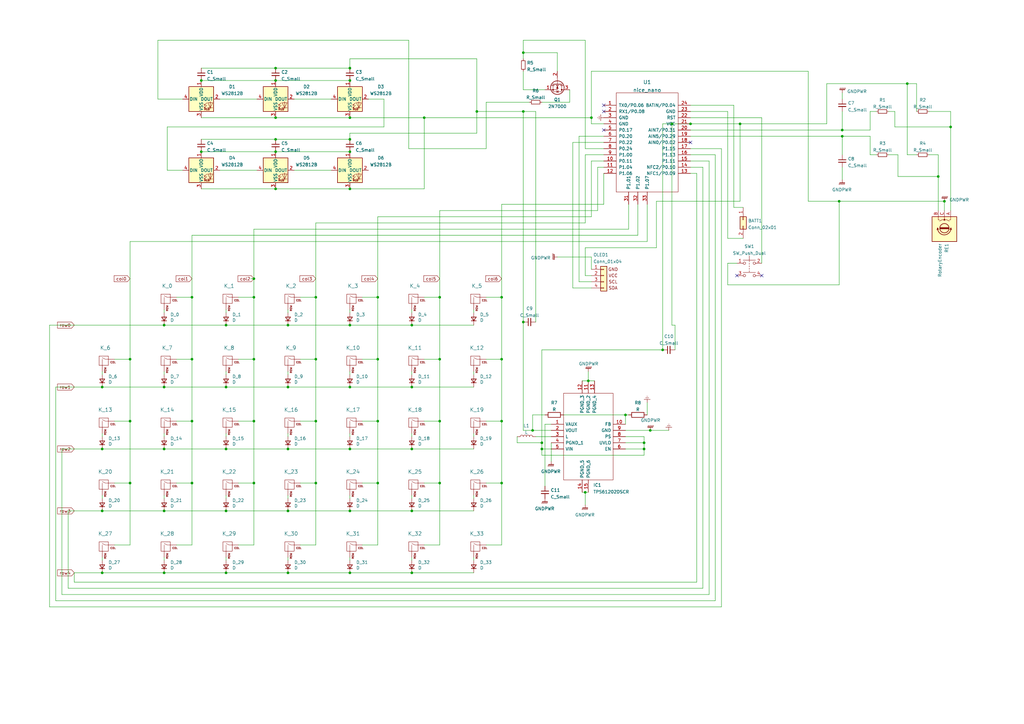
<source format=kicad_sch>
(kicad_sch (version 20211123) (generator eeschema)
  (paper "A3")
  (junction (at 205.74 198.12))
  (junction (at 78.74 198.12))
  (junction (at 264.16 181.61))
  (junction (at 41.91 158.75))
  (junction (at 129.54 121.92))
  (junction (at 180.34 147.32))
  (junction (at 168.91 234.95))
  (junction (at 104.14 172.72))
  (junction (at 143.51 77.47))
  (junction (at 53.34 198.12))
  (junction (at 113.03 62.23))
  (junction (at 143.51 27.94))
  (junction (at 271.78 143.51))
  (junction (at 118.11 158.75))
  (junction (at 143.51 209.55))
  (junction (at 41.91 209.55))
  (junction (at 78.74 147.32))
  (junction (at 67.31 209.55))
  (junction (at 180.34 198.12))
  (junction (at 113.03 27.94))
  (junction (at 240.03 201.93))
  (junction (at 92.71 209.55))
  (junction (at 195.58 45.72))
  (junction (at 345.44 53.34))
  (junction (at 168.91 158.75))
  (junction (at 283.21 50.8))
  (junction (at 118.11 184.15))
  (junction (at 372.11 34.29))
  (junction (at 53.34 172.72))
  (junction (at 118.11 133.35))
  (junction (at 345.44 55.88))
  (junction (at 154.94 121.92))
  (junction (at 113.03 48.26))
  (junction (at 143.51 48.26))
  (junction (at 168.91 133.35))
  (junction (at 118.11 209.55))
  (junction (at 180.34 121.92))
  (junction (at 384.81 72.39))
  (junction (at 143.51 234.95))
  (junction (at 143.51 158.75))
  (junction (at 92.71 158.75))
  (junction (at 104.14 147.32))
  (junction (at 53.34 147.32))
  (junction (at 218.44 176.53))
  (junction (at 67.31 158.75))
  (junction (at 154.94 198.12))
  (junction (at 222.25 181.61))
  (junction (at 205.74 147.32))
  (junction (at 222.25 184.15))
  (junction (at 41.91 184.15))
  (junction (at 104.14 114.3))
  (junction (at 205.74 121.92))
  (junction (at 168.91 184.15))
  (junction (at 104.14 198.12))
  (junction (at 129.54 172.72))
  (junction (at 113.03 77.47))
  (junction (at 78.74 172.72))
  (junction (at 389.89 52.07))
  (junction (at 92.71 184.15))
  (junction (at 214.63 21.59))
  (junction (at 113.03 33.02))
  (junction (at 303.53 50.8))
  (junction (at 118.11 234.95))
  (junction (at 154.94 147.32))
  (junction (at 67.31 234.95))
  (junction (at 275.59 50.8))
  (junction (at 104.14 121.92))
  (junction (at 205.74 172.72))
  (junction (at 92.71 234.95))
  (junction (at 214.63 132.08))
  (junction (at 82.55 33.02))
  (junction (at 67.31 184.15))
  (junction (at 78.74 121.92))
  (junction (at 143.51 133.35))
  (junction (at 143.51 184.15))
  (junction (at 344.17 82.55))
  (junction (at 180.34 172.72))
  (junction (at 129.54 198.12))
  (junction (at 41.91 234.95))
  (junction (at 92.71 133.35))
  (junction (at 129.54 147.32))
  (junction (at 168.91 209.55))
  (junction (at 143.51 62.23))
  (junction (at 241.3 156.21))
  (junction (at 82.55 62.23))
  (junction (at 173.99 48.26))
  (junction (at 264.16 184.15))
  (junction (at 266.7 176.53))
  (junction (at 154.94 172.72))
  (junction (at 214.63 45.72))
  (junction (at 113.03 57.15))
  (junction (at 242.57 48.26))
  (junction (at 143.51 33.02))
  (junction (at 256.54 170.18))
  (junction (at 67.31 133.35))
  (junction (at 387.35 82.55))
  (junction (at 143.51 57.15))
  (no_connect (at 247.65 45.72))
  (no_connect (at 247.65 43.18))
  (no_connect (at 247.65 53.34))
  (no_connect (at 283.21 58.42))
  (no_connect (at 312.42 113.03))
  (no_connect (at 302.26 113.03))
  (wire (pts (xy 266.7 176.53) (xy 256.54 176.53)))
  (wire (pts (xy 303.53 82.55) (xy 303.53 50.8)))
  (wire (pts (xy 173.99 121.92) (xy 180.34 121.92)))
  (wire (pts (xy 275.59 50.8) (xy 283.21 50.8)))
  (wire (pts (xy 264.16 184.15) (xy 256.54 184.15)))
  (wire (pts (xy 20.32 248.92) (xy 295.91 248.92)))
  (wire (pts (xy 68.58 52.07) (xy 68.58 69.85)))
  (wire (pts (xy 199.39 198.12) (xy 205.74 198.12)))
  (wire (pts (xy 384.81 72.39) (xy 368.3 72.39)))
  (wire (pts (xy 168.91 228.6) (xy 168.91 229.87)))
  (wire (pts (xy 180.34 86.36) (xy 180.34 121.92)))
  (wire (pts (xy 245.11 68.58) (xy 245.11 86.36)))
  (wire (pts (xy 92.71 234.95) (xy 118.11 234.95)))
  (wire (pts (xy 92.71 203.2) (xy 92.71 204.47)))
  (wire (pts (xy 389.89 52.07) (xy 389.89 86.36)))
  (wire (pts (xy 104.14 172.72) (xy 104.14 147.32)))
  (wire (pts (xy 242.57 48.26) (xy 242.57 50.8)))
  (wire (pts (xy 168.91 234.95) (xy 194.31 234.95)))
  (wire (pts (xy 168.91 203.2) (xy 168.91 204.47)))
  (wire (pts (xy 384.81 63.5) (xy 384.81 72.39)))
  (wire (pts (xy 173.99 147.32) (xy 180.34 147.32)))
  (wire (pts (xy 118.11 203.2) (xy 118.11 204.47)))
  (wire (pts (xy 205.74 83.82) (xy 247.65 83.82)))
  (wire (pts (xy 228.6 21.59) (xy 214.63 21.59)))
  (wire (pts (xy 199.39 121.92) (xy 205.74 121.92)))
  (wire (pts (xy 41.91 203.2) (xy 41.91 204.47)))
  (wire (pts (xy 41.91 152.4) (xy 41.91 153.67)))
  (wire (pts (xy 264.16 179.07) (xy 264.16 181.61)))
  (wire (pts (xy 285.75 71.12) (xy 285.75 238.76)))
  (wire (pts (xy 41.91 184.15) (xy 67.31 184.15)))
  (wire (pts (xy 104.14 114.3) (xy 102.87 114.3)))
  (wire (pts (xy 214.63 36.83) (xy 223.52 36.83)))
  (wire (pts (xy 312.42 48.26) (xy 283.21 48.26)))
  (wire (pts (xy 381 63.5) (xy 384.81 63.5)))
  (wire (pts (xy 283.21 50.8) (xy 303.53 50.8)))
  (wire (pts (xy 118.11 228.6) (xy 118.11 229.87)))
  (wire (pts (xy 30.48 234.95) (xy 30.48 238.76)))
  (wire (pts (xy 293.37 63.5) (xy 293.37 246.38)))
  (wire (pts (xy 97.79 172.72) (xy 104.14 172.72)))
  (wire (pts (xy 90.17 40.64) (xy 105.41 40.64)))
  (wire (pts (xy 82.55 27.94) (xy 113.03 27.94)))
  (wire (pts (xy 199.39 41.91) (xy 199.39 60.96)))
  (wire (pts (xy 82.55 48.26) (xy 113.03 48.26)))
  (wire (pts (xy 143.51 57.15) (xy 143.51 54.61)))
  (wire (pts (xy 97.79 121.92) (xy 104.14 121.92)))
  (wire (pts (xy 104.14 198.12) (xy 104.14 172.72)))
  (wire (pts (xy 143.51 48.26) (xy 173.99 48.26)))
  (wire (pts (xy 46.99 223.52) (xy 53.34 223.52)))
  (wire (pts (xy 345.44 53.34) (xy 356.87 53.34)))
  (wire (pts (xy 143.51 234.95) (xy 168.91 234.95)))
  (wire (pts (xy 214.63 29.21) (xy 214.63 36.83)))
  (wire (pts (xy 298.45 97.79) (xy 298.45 45.72)))
  (wire (pts (xy 82.55 33.02) (xy 113.03 33.02)))
  (wire (pts (xy 157.48 52.07) (xy 68.58 52.07)))
  (wire (pts (xy 345.44 38.1) (xy 345.44 40.64)))
  (wire (pts (xy 194.31 127) (xy 194.31 128.27)))
  (wire (pts (xy 234.95 58.42) (xy 247.65 58.42)))
  (wire (pts (xy 387.35 86.36) (xy 387.35 82.55)))
  (wire (pts (xy 356.87 63.5) (xy 359.41 63.5)))
  (wire (pts (xy 129.54 172.72) (xy 129.54 147.32)))
  (wire (pts (xy 129.54 198.12) (xy 129.54 172.72)))
  (wire (pts (xy 275.59 133.35) (xy 276.86 133.35)))
  (wire (pts (xy 46.99 172.72) (xy 53.34 172.72)))
  (wire (pts (xy 22.86 158.75) (xy 22.86 246.38)))
  (wire (pts (xy 372.11 34.29) (xy 375.92 34.29)))
  (wire (pts (xy 67.31 177.8) (xy 67.31 179.07)))
  (wire (pts (xy 223.52 173.99) (xy 223.52 199.39)))
  (wire (pts (xy 68.58 69.85) (xy 74.93 69.85)))
  (wire (pts (xy 256.54 179.07) (xy 264.16 179.07)))
  (wire (pts (xy 154.94 198.12) (xy 154.94 172.72)))
  (wire (pts (xy 205.74 83.82) (xy 205.74 121.92)))
  (wire (pts (xy 129.54 91.44) (xy 240.03 91.44)))
  (wire (pts (xy 372.11 34.29) (xy 372.11 63.5)))
  (wire (pts (xy 118.11 133.35) (xy 143.51 133.35)))
  (wire (pts (xy 242.57 66.04) (xy 242.57 88.9)))
  (wire (pts (xy 275.59 50.8) (xy 275.59 133.35)))
  (wire (pts (xy 90.17 69.85) (xy 105.41 69.85)))
  (wire (pts (xy 283.21 71.12) (xy 285.75 71.12)))
  (wire (pts (xy 233.68 36.83) (xy 233.68 41.91)))
  (wire (pts (xy 257.81 93.98) (xy 257.81 83.82)))
  (wire (pts (xy 214.63 16.51) (xy 240.03 16.51)))
  (wire (pts (xy 226.06 184.15) (xy 222.25 184.15)))
  (wire (pts (xy 92.71 133.35) (xy 118.11 133.35)))
  (wire (pts (xy 113.03 48.26) (xy 143.51 48.26)))
  (wire (pts (xy 245.11 68.58) (xy 247.65 68.58)))
  (wire (pts (xy 25.4 184.15) (xy 41.91 184.15)))
  (wire (pts (xy 381 45.72) (xy 389.89 45.72)))
  (wire (pts (xy 118.11 152.4) (xy 118.11 153.67)))
  (wire (pts (xy 113.03 57.15) (xy 143.51 57.15)))
  (wire (pts (xy 345.44 73.66) (xy 345.44 68.58)))
  (wire (pts (xy 25.4 243.84) (xy 290.83 243.84)))
  (wire (pts (xy 300.99 85.09) (xy 304.8 85.09)))
  (wire (pts (xy 226.06 173.99) (xy 223.52 173.99)))
  (wire (pts (xy 41.91 158.75) (xy 67.31 158.75)))
  (wire (pts (xy 67.31 184.15) (xy 92.71 184.15)))
  (wire (pts (xy 265.43 99.06) (xy 265.43 83.82)))
  (wire (pts (xy 113.03 77.47) (xy 143.51 77.47)))
  (wire (pts (xy 118.11 234.95) (xy 143.51 234.95)))
  (wire (pts (xy 312.42 107.95) (xy 312.42 48.26)))
  (wire (pts (xy 214.63 176.53) (xy 214.63 132.08)))
  (wire (pts (xy 389.89 45.72) (xy 389.89 52.07)))
  (wire (pts (xy 242.57 29.21) (xy 242.57 48.26)))
  (wire (pts (xy 356.87 55.88) (xy 356.87 63.5)))
  (wire (pts (xy 154.94 88.9) (xy 242.57 88.9)))
  (wire (pts (xy 237.49 55.88) (xy 247.65 55.88)))
  (wire (pts (xy 240.03 63.5) (xy 247.65 63.5)))
  (wire (pts (xy 303.53 50.8) (xy 339.09 50.8)))
  (wire (pts (xy 148.59 223.52) (xy 154.94 223.52)))
  (wire (pts (xy 67.31 234.95) (xy 92.71 234.95)))
  (wire (pts (xy 256.54 170.18) (xy 231.14 170.18)))
  (wire (pts (xy 233.68 41.91) (xy 222.25 41.91)))
  (wire (pts (xy 148.59 121.92) (xy 154.94 121.92)))
  (wire (pts (xy 283.21 53.34) (xy 345.44 53.34)))
  (wire (pts (xy 205.74 223.52) (xy 205.74 198.12)))
  (wire (pts (xy 72.39 223.52) (xy 78.74 223.52)))
  (wire (pts (xy 41.91 228.6) (xy 41.91 229.87)))
  (wire (pts (xy 283.21 55.88) (xy 345.44 55.88)))
  (wire (pts (xy 367.03 45.72) (xy 364.49 45.72)))
  (wire (pts (xy 242.57 105.41) (xy 228.6 105.41)))
  (wire (pts (xy 269.24 101.6) (xy 269.24 82.55)))
  (wire (pts (xy 82.55 57.15) (xy 113.03 57.15)))
  (wire (pts (xy 120.65 40.64) (xy 135.89 40.64)))
  (wire (pts (xy 78.74 96.52) (xy 78.74 121.92)))
  (wire (pts (xy 242.57 66.04) (xy 247.65 66.04)))
  (wire (pts (xy 123.19 121.92) (xy 129.54 121.92)))
  (wire (pts (xy 219.71 132.08) (xy 219.71 45.72)))
  (wire (pts (xy 41.91 209.55) (xy 67.31 209.55)))
  (wire (pts (xy 274.32 176.53) (xy 266.7 176.53)))
  (wire (pts (xy 205.74 198.12) (xy 205.74 172.72)))
  (wire (pts (xy 27.94 209.55) (xy 41.91 209.55)))
  (wire (pts (xy 67.31 158.75) (xy 92.71 158.75)))
  (wire (pts (xy 212.09 181.61) (xy 212.09 179.07)))
  (wire (pts (xy 367.03 52.07) (xy 367.03 45.72)))
  (wire (pts (xy 368.3 72.39) (xy 368.3 63.5)))
  (wire (pts (xy 173.99 77.47) (xy 173.99 48.26)))
  (wire (pts (xy 123.19 223.52) (xy 129.54 223.52)))
  (wire (pts (xy 92.71 228.6) (xy 92.71 229.87)))
  (wire (pts (xy 168.91 177.8) (xy 168.91 179.07)))
  (wire (pts (xy 173.99 48.26) (xy 242.57 48.26)))
  (wire (pts (xy 368.3 63.5) (xy 364.49 63.5)))
  (wire (pts (xy 72.39 172.72) (xy 78.74 172.72)))
  (wire (pts (xy 222.25 184.15) (xy 222.25 186.69)))
  (wire (pts (xy 195.58 45.72) (xy 214.63 45.72)))
  (wire (pts (xy 194.31 177.8) (xy 194.31 179.07)))
  (wire (pts (xy 345.44 55.88) (xy 345.44 63.5)))
  (wire (pts (xy 241.3 156.21) (xy 243.84 156.21)))
  (wire (pts (xy 118.11 158.75) (xy 143.51 158.75)))
  (wire (pts (xy 154.94 172.72) (xy 154.94 147.32)))
  (wire (pts (xy 356.87 53.34) (xy 356.87 45.72)))
  (wire (pts (xy 143.51 152.4) (xy 143.51 153.67)))
  (wire (pts (xy 168.91 127) (xy 168.91 128.27)))
  (wire (pts (xy 298.45 97.79) (xy 304.8 97.79)))
  (wire (pts (xy 168.91 209.55) (xy 194.31 209.55)))
  (wire (pts (xy 148.59 147.32) (xy 154.94 147.32)))
  (wire (pts (xy 143.51 54.61) (xy 195.58 54.61)))
  (wire (pts (xy 167.64 60.96) (xy 167.64 16.51)))
  (wire (pts (xy 78.74 223.52) (xy 78.74 198.12)))
  (wire (pts (xy 205.74 121.92) (xy 205.74 147.32)))
  (wire (pts (xy 298.45 45.72) (xy 283.21 45.72)))
  (wire (pts (xy 104.14 223.52) (xy 104.14 198.12)))
  (wire (pts (xy 199.39 223.52) (xy 205.74 223.52)))
  (wire (pts (xy 151.13 40.64) (xy 157.48 40.64)))
  (wire (pts (xy 375.92 34.29) (xy 375.92 45.72)))
  (wire (pts (xy 123.19 147.32) (xy 129.54 147.32)))
  (wire (pts (xy 300.99 43.18) (xy 283.21 43.18)))
  (wire (pts (xy 129.54 121.92) (xy 129.54 147.32)))
  (wire (pts (xy 256.54 173.99) (xy 256.54 170.18)))
  (wire (pts (xy 339.09 34.29) (xy 339.09 50.8)))
  (wire (pts (xy 222.25 181.61) (xy 212.09 181.61)))
  (wire (pts (xy 143.51 77.47) (xy 173.99 77.47)))
  (wire (pts (xy 298.45 107.95) (xy 298.45 116.84)))
  (wire (pts (xy 234.95 118.11) (xy 242.57 118.11)))
  (wire (pts (xy 97.79 223.52) (xy 104.14 223.52)))
  (wire (pts (xy 344.17 82.55) (xy 387.35 82.55)))
  (wire (pts (xy 372.11 63.5) (xy 375.92 63.5)))
  (wire (pts (xy 25.4 184.15) (xy 25.4 243.84)))
  (wire (pts (xy 214.63 16.51) (xy 214.63 21.59)))
  (wire (pts (xy 41.91 177.8) (xy 41.91 179.07)))
  (wire (pts (xy 92.71 177.8) (xy 92.71 179.07)))
  (wire (pts (xy 199.39 147.32) (xy 205.74 147.32)))
  (wire (pts (xy 228.6 29.21) (xy 228.6 21.59)))
  (wire (pts (xy 53.34 99.06) (xy 265.43 99.06)))
  (wire (pts (xy 123.19 198.12) (xy 129.54 198.12)))
  (wire (pts (xy 217.17 41.91) (xy 199.39 41.91)))
  (wire (pts (xy 173.99 223.52) (xy 180.34 223.52)))
  (wire (pts (xy 46.99 147.32) (xy 53.34 147.32)))
  (wire (pts (xy 242.57 50.8) (xy 247.65 50.8)))
  (wire (pts (xy 143.51 177.8) (xy 143.51 179.07)))
  (wire (pts (xy 82.55 62.23) (xy 113.03 62.23)))
  (wire (pts (xy 67.31 133.35) (xy 92.71 133.35)))
  (wire (pts (xy 154.94 121.92) (xy 154.94 147.32)))
  (wire (pts (xy 195.58 45.72) (xy 195.58 54.61)))
  (wire (pts (xy 64.77 40.64) (xy 74.93 40.64)))
  (wire (pts (xy 219.71 45.72) (xy 214.63 45.72)))
  (wire (pts (xy 344.17 116.84) (xy 344.17 82.55)))
  (wire (pts (xy 92.71 184.15) (xy 118.11 184.15)))
  (wire (pts (xy 237.49 115.57) (xy 242.57 115.57)))
  (wire (pts (xy 20.32 133.35) (xy 67.31 133.35)))
  (wire (pts (xy 256.54 170.18) (xy 257.81 170.18)))
  (wire (pts (xy 283.21 68.58) (xy 288.29 68.58)))
  (wire (pts (xy 72.39 198.12) (xy 78.74 198.12)))
  (wire (pts (xy 92.71 209.55) (xy 118.11 209.55)))
  (wire (pts (xy 180.34 223.52) (xy 180.34 198.12)))
  (wire (pts (xy 195.58 24.13) (xy 195.58 45.72)))
  (wire (pts (xy 194.31 152.4) (xy 194.31 153.67)))
  (wire (pts (xy 154.94 223.52) (xy 154.94 198.12)))
  (wire (pts (xy 64.77 16.51) (xy 64.77 40.64)))
  (wire (pts (xy 194.31 203.2) (xy 194.31 204.47)))
  (wire (pts (xy 240.03 113.03) (xy 240.03 101.6)))
  (wire (pts (xy 143.51 27.94) (xy 143.51 24.13)))
  (wire (pts (xy 78.74 198.12) (xy 78.74 172.72)))
  (wire (pts (xy 168.91 133.35) (xy 194.31 133.35)))
  (wire (pts (xy 67.31 152.4) (xy 67.31 153.67)))
  (wire (pts (xy 283.21 63.5) (xy 293.37 63.5)))
  (wire (pts (xy 256.54 181.61) (xy 264.16 181.61)))
  (wire (pts (xy 241.3 152.4) (xy 241.3 156.21)))
  (wire (pts (xy 143.51 127) (xy 143.51 128.27)))
  (wire (pts (xy 180.34 198.12) (xy 180.34 172.72)))
  (wire (pts (xy 331.47 82.55) (xy 344.17 82.55)))
  (wire (pts (xy 41.91 234.95) (xy 67.31 234.95)))
  (wire (pts (xy 67.31 228.6) (xy 67.31 229.87)))
  (wire (pts (xy 72.39 147.32) (xy 78.74 147.32)))
  (wire (pts (xy 264.16 186.69) (xy 264.16 184.15)))
  (wire (pts (xy 30.48 238.76) (xy 285.75 238.76)))
  (wire (pts (xy 180.34 121.92) (xy 180.34 147.32)))
  (wire (pts (xy 97.79 198.12) (xy 104.14 198.12)))
  (wire (pts (xy 92.71 158.75) (xy 118.11 158.75)))
  (wire (pts (xy 222.25 143.51) (xy 271.78 143.51)))
  (wire (pts (xy 240.03 63.5) (xy 240.03 91.44)))
  (wire (pts (xy 265.43 170.18) (xy 265.43 165.1)))
  (wire (pts (xy 113.03 62.23) (xy 143.51 62.23)))
  (wire (pts (xy 290.83 66.04) (xy 283.21 66.04)))
  (wire (pts (xy 148.59 198.12) (xy 154.94 198.12)))
  (wire (pts (xy 240.03 101.6) (xy 269.24 101.6)))
  (wire (pts (xy 345.44 45.72) (xy 345.44 53.34)))
  (wire (pts (xy 240.03 60.96) (xy 247.65 60.96)))
  (wire (pts (xy 143.51 203.2) (xy 143.51 204.47)))
  (wire (pts (xy 205.74 172.72) (xy 205.74 147.32)))
  (wire (pts (xy 120.65 69.85) (xy 135.89 69.85)))
  (wire (pts (xy 264.16 181.61) (xy 264.16 184.15)))
  (wire (pts (xy 30.48 234.95) (xy 41.91 234.95)))
  (wire (pts (xy 168.91 158.75) (xy 194.31 158.75)))
  (wire (pts (xy 53.34 99.06) (xy 53.34 147.32)))
  (wire (pts (xy 104.14 93.98) (xy 104.14 114.3)))
  (wire (pts (xy 240.03 16.51) (xy 240.03 60.96)))
  (wire (pts (xy 218.44 170.18) (xy 218.44 176.53)))
  (wire (pts (xy 173.99 198.12) (xy 180.34 198.12)))
  (wire (pts (xy 237.49 55.88) (xy 237.49 115.57)))
  (wire (pts (xy 222.25 143.51) (xy 222.25 181.61)))
  (wire (pts (xy 283.21 60.96) (xy 295.91 60.96)))
  (wire (pts (xy 53.34 172.72) (xy 53.34 147.32)))
  (wire (pts (xy 168.91 184.15) (xy 194.31 184.15)))
  (wire (pts (xy 104.14 121.92) (xy 104.14 147.32)))
  (wire (pts (xy 384.81 72.39) (xy 384.81 86.36)))
  (wire (pts (xy 356.87 45.72) (xy 359.41 45.72)))
  (wire (pts (xy 222.25 181.61) (xy 222.25 184.15)))
  (wire (pts (xy 218.44 176.53) (xy 214.63 176.53)))
  (wire (pts (xy 129.54 91.44) (xy 129.54 121.92)))
  (wire (pts (xy 247.65 83.82) (xy 247.65 71.12)))
  (wire (pts (xy 219.71 179.07) (xy 226.06 179.07)))
  (wire (pts (xy 238.76 156.21) (xy 241.3 156.21)))
  (wire (pts (xy 157.48 40.64) (xy 157.48 52.07)))
  (wire (pts (xy 67.31 209.55) (xy 92.71 209.55)))
  (wire (pts (xy 167.64 60.96) (xy 199.39 60.96)))
  (wire (pts (xy 154.94 88.9) (xy 154.94 121.92)))
  (wire (pts (xy 118.11 177.8) (xy 118.11 179.07)))
  (wire (pts (xy 118.11 127) (xy 118.11 128.27)))
  (wire (pts (xy 271.78 50.8) (xy 271.78 143.51)))
  (wire (pts (xy 331.47 29.21) (xy 331.47 82.55)))
  (wire (pts (xy 290.83 66.04) (xy 290.83 243.84)))
  (wire (pts (xy 143.51 24.13) (xy 195.58 24.13)))
  (wire (pts (xy 82.55 77.47) (xy 113.03 77.47)))
  (wire (pts (xy 113.03 33.02) (xy 143.51 33.02)))
  (wire (pts (xy 214.63 132.08) (xy 214.63 45.72)))
  (wire (pts (xy 242.57 113.03) (xy 240.03 113.03)))
  (wire (pts (xy 269.24 82.55) (xy 303.53 82.55)))
  (wire (pts (xy 271.78 50.8) (xy 275.59 50.8)))
  (wire (pts (xy 22.86 158.75) (xy 41.91 158.75)))
  (wire (pts (xy 240.03 201.93) (xy 241.3 201.93)))
  (wire (pts (xy 180.34 172.72) (xy 180.34 147.32)))
  (wire (pts (xy 92.71 127) (xy 92.71 128.27)))
  (wire (pts (xy 143.51 158.75) (xy 168.91 158.75)))
  (wire (pts (xy 223.52 170.18) (xy 218.44 170.18)))
  (wire (pts (xy 123.19 172.72) (xy 129.54 172.72)))
  (wire (pts (xy 78.74 172.72) (xy 78.74 147.32)))
  (wire (pts (xy 276.86 133.35) (xy 276.86 143.51)))
  (wire (pts (xy 129.54 223.52) (xy 129.54 198.12)))
  (wire (pts (xy 226.06 181.61) (xy 226.06 189.23)))
  (wire (pts (xy 53.34 198.12) (xy 53.34 172.72)))
  (wire (pts (xy 298.45 116.84) (xy 344.17 116.84)))
  (wire (pts (xy 389.89 52.07) (xy 367.03 52.07)))
  (wire (pts (xy 222.25 186.69) (xy 264.16 186.69)))
  (wire (pts (xy 78.74 96.52) (xy 261.62 96.52)))
  (wire (pts (xy 238.76 201.93) (xy 240.03 201.93)))
  (wire (pts (xy 180.34 86.36) (xy 245.11 86.36)))
  (wire (pts (xy 226.06 176.53) (xy 218.44 176.53)))
  (wire (pts (xy 78.74 121.92) (xy 78.74 147.32)))
  (wire (pts (xy 92.71 152.4) (xy 92.71 153.67)))
  (wire (pts (xy 104.14 93.98) (xy 257.81 93.98)))
  (wire (pts (xy 242.57 110.49) (xy 242.57 105.41)))
  (wire (pts (xy 46.99 198.12) (xy 53.34 198.12)))
  (wire (pts (xy 67.31 203.2) (xy 67.31 204.47)))
  (wire (pts (xy 214.63 21.59) (xy 214.63 24.13)))
  (wire (pts (xy 143.51 228.6) (xy 143.51 229.87)))
  (wire (pts (xy 104.14 121.92) (xy 104.14 114.3)))
  (wire (pts (xy 302.26 107.95) (xy 298.45 107.95)))
  (wire (pts (xy 22.86 246.38) (xy 293.37 246.38)))
  (wire (pts (xy 143.51 209.55) (xy 168.91 209.55)))
  (wire (pts (xy 97.79 147.32) (xy 104.14 147.32)))
  (wire (pts (xy 143.51 184.15) (xy 168.91 184.15)))
  (wire (pts (xy 118.11 184.15) (xy 143.51 184.15)))
  (wire (pts (xy 288.29 68.58) (xy 288.29 241.3)))
  (wire (pts (xy 53.34 223.52) (xy 53.34 198.12)))
  (wire (pts (xy 143.51 133.35) (xy 168.91 133.35)))
  (wire (pts (xy 20.32 133.35) (xy 20.32 248.92)))
  (wire (pts (xy 173.99 172.72) (xy 180.34 172.72)))
  (wire (pts (xy 242.57 29.21) (xy 331.47 29.21)))
  (wire (pts (xy 339.09 34.29) (xy 372.11 34.29)))
  (wire (pts (xy 67.31 127) (xy 67.31 128.27)))
  (wire (pts (xy 72.39 121.92) (xy 78.74 121.92)))
  (wire (pts (xy 118.11 209.55) (xy 143.51 209.55)))
  (wire (pts (xy 199.39 172.72) (xy 205.74 172.72)))
  (wire (pts (xy 27.94 209.55) (xy 27.94 241.3)))
  (wire (pts (xy 295.91 60.96) (xy 295.91 248.92)))
  (wire (pts (xy 194.31 228.6) (xy 194.31 229.87)))
  (wire (pts (xy 300.99 85.09) (xy 300.99 43.18)))
  (wire (pts (xy 113.03 27.94) (xy 143.51 27.94)))
  (wire (pts (xy 27.94 241.3) (xy 288.29 241.3)))
  (wire (pts (xy 234.95 58.42) (xy 234.95 118.11)))
  (wire (pts (xy 261.62 96.52) (xy 261.62 83.82)))
  (wire (pts (xy 240.03 201.93) (xy 240.03 207.01)))
  (wire (pts (xy 345.44 55.88) (xy 356.87 55.88)))
  (wire (pts (xy 167.64 16.51) (xy 64.77 16.51)))
  (wire (pts (xy 168.91 152.4) (xy 168.91 153.67)))
  (wire (pts (xy 148.59 172.72) (xy 154.94 172.72)))
  (global_label "col6" (shape input) (at 205.74 114.3 180) (property "Intersheet References" "${INTERSHEET_REFS}" (effects hide)))
  (global_label "col2" (shape input) (at 104.14 114.3 180) (property "Intersheet References" "${INTERSHEET_REFS}" (effects hide)))
  (global_label "col1" (shape input) (at 78.74 114.3 180) (property "Intersheet References" "${INTERSHEET_REFS}" (effects hide)))
  (global_label "row1" (shape input) (at 30.48 158.75 180) (property "Intersheet References" "${INTERSHEET_REFS}" (effects hide)))
  (global_label "row0" (shape input) (at 30.48 133.35 180) (property "Intersheet References" "${INTERSHEET_REFS}" (effects hide)))
  (global_label "col5" (shape input) (at 180.34 114.3 180) (property "Intersheet References" "${INTERSHEET_REFS}" (effects hide)))
  (global_label "col0" (shape input) (at 53.34 114.3 180) (property "Intersheet References" "${INTERSHEET_REFS}" (effects hide)))
  (global_label "row4" (shape input) (at 30.48 234.95 180) (property "Intersheet References" "${INTERSHEET_REFS}" (effects hide)))
  (global_label "col3" (shape input) (at 129.54 114.3 180) (property "Intersheet References" "${INTERSHEET_REFS}" (effects hide)))
  (global_label "col4" (shape input) (at 154.94 114.3 180) (property "Intersheet References" "${INTERSHEET_REFS}" (effects hide)))
  (global_label "row2" (shape input) (at 30.48 184.15 180) (property "Intersheet References" "${INTERSHEET_REFS}" (effects hide)))
  (global_label "row3" (shape input) (at 30.48 209.55 180) (property "Intersheet References" "${INTERSHEET_REFS}" (effects hide)))
  (symbol (lib_id "MX_Alps_Hybrid:MX-NoLED") (at 68.58 173.99 0) (unit 1)
    (property "Reference" "K_14" (at 68.58 168.0718 0) (effects (font (size 1.524 1.524))))
    (property "Value" "KEYSW" (effects hide))
    (property "Footprint" "MX_Alps_Hybrid:MX-1U-NoLED" (effects hide))
  )
  (symbol (lib_id "MX_Alps_Hybrid:MX-NoLED") (at 195.58 123.19 0) (unit 1)
    (property "Reference" "K_5" (at 195.58 117.2718 0) (effects (font (size 1.524 1.524))))
    (property "Value" "KEYSW" (effects hide))
    (property "Footprint" "MX_Alps_Hybrid:MX-1U-NoLED" (effects hide))
  )
  (symbol (lib_id "LED:WS2812B") (at 113.03 69.85 0) (unit 1)
    (property "Reference" "D5" (at 125.73 64.77 0))
    (property "Value" "WS2812B" (at 125.73 67.5451 0))
    (property "Footprint" "LED_SMD:LED_WS2812B_PLCC4_5.0x5.0mm_P3.2mm" (effects hide))
    (property "Datasheet" "https://cdn-shop.adafruit.com/datasheets/WS2812B.pdf" (effects hide))
  )
  (symbol (lib_id "Device:C_Small") (at 113.03 30.48 0) (unit 1)
    (property "Reference" "C2" (at 115.3541 29.5778 0) (effects (justify left)))
    (property "Value" "C_Small" (at 115.3541 32.3529 0) (effects (justify left)))
    (property "Footprint" "Capacitor_SMD:C_0402_1005Metric" (effects hide))
  )
  (symbol (lib_id "Library_Loader:TPS61202DSCR") (at 226.06 173.99 0) (unit 1)
    (property "Reference" "IC1" (at 243.3194 198.9487 0) (effects (justify left)))
    (property "Value" "TPS61202DSCR" (at 243.3194 201.7238 0) (effects (justify left)))
    (property "Footprint" "Library_Loader:TPS61202DSCR" (effects hide))
    (property "Description" "Switching Voltage Regulators 0.3V Inp Vltg Boost Cnvrtr" (effects hide))
    (property "Height" "0.8" (effects hide))
    (property "Manufacturer_Name" "Texas Instruments" (effects hide))
    (property "Manufacturer_Part_Number" "TPS61202DSCR" (effects hide))
  )
  (symbol (lib_id "Device:D_Small") (at 168.91 207.01 90) (unit 1)
    (property "Reference" "D_25" (at 171.45 205.232 90) (effects (justify right)))
    (property "Value" "D" (at 171.45 207.518 90) (effects (justify right)))
    (property "Footprint" "Diode_SMD:D_SOD-123" (effects hide))
  )
  (symbol (lib_id "MX_Alps_Hybrid:MX-NoLED") (at 144.78 224.79 0) (unit 1)
    (property "Reference" "K_31" (at 144.78 218.8718 0) (effects (font (size 1.524 1.524))))
    (property "Value" "KEYSW" (effects hide))
    (property "Footprint" "MX_Alps_Hybrid:MX-1U-NoLED" (effects hide))
  )
  (symbol (lib_id "Device:L") (at 215.9 179.07 90) (unit 1)
    (property "Reference" "L1" (at 215.9 174.5955 90))
    (property "Value" "L" (at 215.9 177.3706 90))
    (property "Footprint" "Inductor_SMD:L_7.3x7.3_H3.5" (effects hide))
  )
  (symbol (lib_id "Device:C_Small") (at 143.51 30.48 0) (unit 1)
    (property "Reference" "C3" (at 145.8341 29.5778 0) (effects (justify left)))
    (property "Value" "C_Small" (at 145.8341 32.3529 0) (effects (justify left)))
    (property "Footprint" "Capacitor_SMD:C_0402_1005Metric" (effects hide))
  )
  (symbol (lib_id "Device:D_Small") (at 143.51 181.61 90) (unit 1)
    (property "Reference" "D_17" (at 146.05 179.832 90) (effects (justify right)))
    (property "Value" "D" (at 146.05 182.118 90) (effects (justify right)))
    (property "Footprint" "Diode_SMD:D_SOD-123" (effects hide))
  )
  (symbol (lib_id "LED:WS2812B") (at 143.51 40.64 0) (unit 1)
    (property "Reference" "D3" (at 156.21 35.56 0))
    (property "Value" "WS2812B" (at 156.21 38.3351 0))
    (property "Footprint" "LED_SMD:LED_WS2812B_PLCC4_5.0x5.0mm_P3.2mm" (effects hide))
    (property "Datasheet" "https://cdn-shop.adafruit.com/datasheets/WS2812B.pdf" (effects hide))
  )
  (symbol (lib_id "Device:D_Small") (at 168.91 156.21 90) (unit 1)
    (property "Reference" "D_11" (at 171.45 154.432 90) (effects (justify right)))
    (property "Value" "D" (at 171.45 156.718 90) (effects (justify right)))
    (property "Footprint" "Diode_SMD:D_SOD-123" (effects hide))
  )
  (symbol (lib_id "Device:D_Small") (at 118.11 181.61 90) (unit 1)
    (property "Reference" "D_16" (at 120.65 179.832 90) (effects (justify right)))
    (property "Value" "D" (at 120.65 182.118 90) (effects (justify right)))
    (property "Footprint" "Diode_SMD:D_SOD-123" (effects hide))
  )
  (symbol (lib_id "power:GNDPWR") (at 241.3 152.4 180) (unit 1)
    (property "Reference" "#PWR0113" (effects hide))
    (property "Value" "GNDPWR" (at 241.427 149.2019 0))
  )
  (symbol (lib_id "MX_Alps_Hybrid:MX-NoLED") (at 93.98 173.99 0) (unit 1)
    (property "Reference" "K_15" (at 93.98 168.0718 0) (effects (font (size 1.524 1.524))))
    (property "Value" "KEYSW" (effects hide))
    (property "Footprint" "MX_Alps_Hybrid:MX-1U-NoLED" (effects hide))
  )
  (symbol (lib_id "power:GNDPWR") (at 228.6 105.41 270) (unit 1)
    (property "Reference" "#PWR0101" (effects hide))
    (property "Value" "GNDPWR" (at 225.8315 105.762 90) (effects (justify right)))
  )
  (symbol (lib_id "power:GNDPWR") (at 345.44 38.1 180) (unit 1)
    (property "Reference" "#PWR0103" (effects hide))
    (property "Value" "GNDPWR" (at 347.4466 37.5122 0) (effects (justify right)))
  )
  (symbol (lib_id "Device:D_Small") (at 67.31 232.41 90) (unit 1)
    (property "Reference" "D_28" (at 69.85 230.632 90) (effects (justify right)))
    (property "Value" "D" (at 69.85 232.918 90) (effects (justify right)))
    (property "Footprint" "Diode_SMD:D_SOD-123" (effects hide))
  )
  (symbol (lib_id "MX_Alps_Hybrid:MX-NoLED") (at 93.98 123.19 0) (unit 1)
    (property "Reference" "K_1" (at 93.98 117.2718 0) (effects (font (size 1.524 1.524))))
    (property "Value" "KEYSW" (effects hide))
    (property "Footprint" "MX_Alps_Hybrid:MX-1U-NoLED" (effects hide))
  )
  (symbol (lib_id "Device:D_Small") (at 41.91 232.41 90) (unit 1)
    (property "Reference" "D_27" (at 44.45 230.632 90) (effects (justify right)))
    (property "Value" "D" (at 44.45 232.918 90) (effects (justify right)))
    (property "Footprint" "Diode_SMD:D_SOD-123" (effects hide))
  )
  (symbol (lib_id "MX_Alps_Hybrid:MX-NoLED") (at 119.38 123.19 0) (unit 1)
    (property "Reference" "K_2" (at 119.38 117.2718 0) (effects (font (size 1.524 1.524))))
    (property "Value" "KEYSW" (effects hide))
    (property "Footprint" "MX_Alps_Hybrid:MX-1U-NoLED" (effects hide))
  )
  (symbol (lib_id "Device:R_Small") (at 219.71 41.91 90) (unit 1)
    (property "Reference" "R6" (at 219.71 37.2069 90))
    (property "Value" "R_Small" (at 219.71 39.982 90))
    (property "Footprint" "Resistor_SMD:R_0805_2012Metric_Pad1.20x1.40mm_HandSolder" (effects hide))
  )
  (symbol (lib_id "Device:R_Small") (at 214.63 26.67 0) (unit 1)
    (property "Reference" "R5" (at 216.1286 25.7615 0) (effects (justify left)))
    (property "Value" "R_Small" (at 216.1286 28.5366 0) (effects (justify left)))
    (property "Footprint" "Resistor_SMD:R_0805_2012Metric_Pad1.20x1.40mm_HandSolder" (effects hide))
  )
  (symbol (lib_id "Connector_Generic:Conn_02x01") (at 304.8 90.17 270) (unit 1)
    (property "Reference" "BATT1" (at 306.832 90.5315 90) (effects (justify left)))
    (property "Value" "Conn_02x01" (at 306.832 93.3066 90) (effects (justify left)))
    (property "Footprint" "Capacitor_THT:C_Rect_L41.5mm_W20.0mm_P37.50mm_MKS4" (effects hide))
  )
  (symbol (lib_id "LED:WS2812B") (at 82.55 69.85 0) (unit 1)
    (property "Reference" "D4" (at 95.25 64.77 0))
    (property "Value" "WS2812B" (at 95.25 67.5451 0))
    (property "Footprint" "LED_SMD:LED_WS2812B_PLCC4_5.0x5.0mm_P3.2mm" (effects hide))
    (property "Datasheet" "https://cdn-shop.adafruit.com/datasheets/WS2812B.pdf" (effects hide))
  )
  (symbol (lib_id "MX_Alps_Hybrid:MX-NoLED") (at 144.78 123.19 0) (unit 1)
    (property "Reference" "K_3" (at 144.78 117.2718 0) (effects (font (size 1.524 1.524))))
    (property "Value" "KEYSW" (effects hide))
    (property "Footprint" "MX_Alps_Hybrid:MX-1U-NoLED" (effects hide))
  )
  (symbol (lib_id "MX_Alps_Hybrid:MX-NoLED") (at 93.98 224.79 0) (unit 1)
    (property "Reference" "K_29" (at 93.98 218.8718 0) (effects (font (size 1.524 1.524))))
    (property "Value" "KEYSW" (effects hide))
    (property "Footprint" "MX_Alps_Hybrid:MX-1U-NoLED" (effects hide))
  )
  (symbol (lib_id "Connector_Generic:Conn_01x04") (at 247.65 113.03 0) (unit 1)
    (property "Reference" "OLED1" (at 243.332 104.5015 0) (effects (justify left)))
    (property "Value" "Conn_01x04" (at 243.332 107.2766 0) (effects (justify left)))
    (property "Footprint" "yuchi_kbd_lib:OLED_4Pin" (effects hide))
  )
  (symbol (lib_id "MX_Alps_Hybrid:MX-NoLED") (at 170.18 123.19 0) (unit 1)
    (property "Reference" "K_4" (at 170.18 117.2718 0) (effects (font (size 1.524 1.524))))
    (property "Value" "KEYSW" (effects hide))
    (property "Footprint" "MX_Alps_Hybrid:MX-1U-NoLED" (effects hide))
  )
  (symbol (lib_id "MX_Alps_Hybrid:MX-NoLED") (at 119.38 199.39 0) (unit 1)
    (property "Reference" "K_23" (at 119.38 193.4718 0) (effects (font (size 1.524 1.524))))
    (property "Value" "KEYSW" (effects hide))
    (property "Footprint" "MX_Alps_Hybrid:MX-1U-NoLED" (effects hide))
  )
  (symbol (lib_id "power:Earth") (at 274.32 176.53 180) (unit 1)
    (property "Reference" "#PWR0106" (effects hide))
    (property "Value" "Earth" (effects hide))
  )
  (symbol (lib_id "Device:D_Small") (at 67.31 156.21 90) (unit 1)
    (property "Reference" "D_7" (at 69.85 154.432 90) (effects (justify right)))
    (property "Value" "D" (at 69.85 156.718 90) (effects (justify right)))
    (property "Footprint" "Diode_SMD:D_SOD-123" (effects hide))
  )
  (symbol (lib_id "Device:C_Small") (at 82.55 59.69 0) (unit 1)
    (property "Reference" "C4" (at 84.8741 58.7878 0) (effects (justify left)))
    (property "Value" "C_Small" (at 84.8741 61.5629 0) (effects (justify left)))
    (property "Footprint" "Capacitor_SMD:C_0402_1005Metric" (effects hide))
  )
  (symbol (lib_id "Device:D_Small") (at 168.91 181.61 90) (unit 1)
    (property "Reference" "D_18" (at 171.45 179.832 90) (effects (justify right)))
    (property "Value" "D" (at 171.45 182.118 90) (effects (justify right)))
    (property "Footprint" "Diode_SMD:D_SOD-123" (effects hide))
  )
  (symbol (lib_id "MX_Alps_Hybrid:MX-NoLED") (at 195.58 148.59 0) (unit 1)
    (property "Reference" "K_12" (at 195.58 142.6718 0) (effects (font (size 1.524 1.524))))
    (property "Value" "KEYSW" (effects hide))
    (property "Footprint" "MX_Alps_Hybrid:MX-1U-NoLED" (effects hide))
  )
  (symbol (lib_id "Device:R_Small") (at 378.46 63.5 90) (unit 1)
    (property "Reference" "R4" (at 378.46 58.7969 90))
    (property "Value" "R_Small" (at 378.46 61.572 90))
    (property "Footprint" "Resistor_SMD:R_0201_0603Metric_Pad0.64x0.40mm_HandSolder" (effects hide))
  )
  (symbol (lib_id "Device:C_Small") (at 345.44 66.04 0) (unit 1)
    (property "Reference" "C8" (at 347.7641 65.1378 0) (effects (justify left)))
    (property "Value" "C_Small" (at 347.7641 67.9129 0) (effects (justify left)))
    (property "Footprint" "Capacitor_SMD:C_0402_1005Metric_Pad0.74x0.62mm_HandSolder" (effects hide))
  )
  (symbol (lib_id "MX_Alps_Hybrid:MX-NoLED") (at 43.18 199.39 0) (unit 1)
    (property "Reference" "K_20" (at 43.18 193.4718 0) (effects (font (size 1.524 1.524))))
    (property "Value" "KEYSW" (effects hide))
    (property "Footprint" "MX_Alps_Hybrid:MX-1U-NoLED" (effects hide))
  )
  (symbol (lib_id "Device:C_Small") (at 223.52 201.93 0) (unit 1)
    (property "Reference" "C11" (at 225.8441 201.0278 0) (effects (justify left)))
    (property "Value" "C_Small" (at 225.8441 203.8029 0) (effects (justify left)))
    (property "Footprint" "Capacitor_SMD:C_0603_1608Metric_Pad1.08x0.95mm_HandSolder" (effects hide))
  )
  (symbol (lib_id "MX_Alps_Hybrid:MX-NoLED") (at 68.58 199.39 0) (unit 1)
    (property "Reference" "K_21" (at 68.58 193.4718 0) (effects (font (size 1.524 1.524))))
    (property "Value" "KEYSW" (effects hide))
    (property "Footprint" "MX_Alps_Hybrid:MX-1U-NoLED" (effects hide))
  )
  (symbol (lib_id "Device:C_Small") (at 82.55 30.48 0) (unit 1)
    (property "Reference" "C1" (at 84.8741 29.5778 0) (effects (justify left)))
    (property "Value" "C_Small" (at 84.8741 32.3529 0) (effects (justify left)))
    (property "Footprint" "Capacitor_SMD:C_0402_1005Metric" (effects hide))
  )
  (symbol (lib_id "Device:D_Small") (at 143.51 156.21 90) (unit 1)
    (property "Reference" "D_10" (at 146.05 154.432 90) (effects (justify right)))
    (property "Value" "D" (at 146.05 156.718 90) (effects (justify right)))
    (property "Footprint" "Diode_SMD:D_SOD-123" (effects hide))
  )
  (symbol (lib_id "power:GNDPWR") (at 240.03 207.01 0) (unit 1)
    (property "Reference" "#PWR0109" (effects hide))
    (property "Value" "GNDPWR" (at 239.903 211.1661 0))
  )
  (symbol (lib_id "power:GNDPWR") (at 345.44 73.66 0) (unit 1)
    (property "Reference" "#PWR0105" (effects hide))
    (property "Value" "GNDPWR" (at 345.313 77.8161 0))
  )
  (symbol (lib_id "Device:D_Small") (at 41.91 181.61 90) (unit 1)
    (property "Reference" "D_13" (at 44.45 179.832 90) (effects (justify right)))
    (property "Value" "D" (at 44.45 182.118 90) (effects (justify right)))
    (property "Footprint" "Diode_SMD:D_SOD-123" (effects hide))
  )
  (symbol (lib_id "Device:D_Small") (at 118.11 156.21 90) (unit 1)
    (property "Reference" "D_9" (at 120.65 154.432 90) (effects (justify right)))
    (property "Value" "D" (at 120.65 156.718 90) (effects (justify right)))
    (property "Footprint" "Diode_SMD:D_SOD-123" (effects hide))
  )
  (symbol (lib_id "Device:D_Small") (at 194.31 156.21 90) (unit 1)
    (property "Reference" "D_12" (at 196.85 154.432 90) (effects (justify right)))
    (property "Value" "D" (at 196.85 156.718 90) (effects (justify right)))
    (property "Footprint" "Diode_SMD:D_SOD-123" (effects hide))
  )
  (symbol (lib_id "Device:R_Small") (at 361.95 63.5 90) (unit 1)
    (property "Reference" "R3" (at 361.95 58.7969 90))
    (property "Value" "R_Small" (at 361.95 61.572 90))
    (property "Footprint" "Resistor_SMD:R_0201_0603Metric_Pad0.64x0.40mm_HandSolder" (effects hide))
  )
  (symbol (lib_id "Device:D_Small") (at 67.31 207.01 90) (unit 1)
    (property "Reference" "D_21" (at 69.85 205.232 90) (effects (justify right)))
    (property "Value" "D" (at 69.85 207.518 90) (effects (justify right)))
    (property "Footprint" "Diode_SMD:D_SOD-123" (effects hide))
  )
  (symbol (lib_id "MX_Alps_Hybrid:MX-NoLED") (at 68.58 148.59 0) (unit 1)
    (property "Reference" "K_7" (at 68.58 142.6718 0) (effects (font (size 1.524 1.524))))
    (property "Value" "KEYSW" (effects hide))
    (property "Footprint" "MX_Alps_Hybrid:MX-1U-NoLED" (effects hide))
  )
  (symbol (lib_id "Device:D_Small") (at 92.71 156.21 90) (unit 1)
    (property "Reference" "D_8" (at 95.25 154.432 90) (effects (justify right)))
    (property "Value" "D" (at 95.25 156.718 90) (effects (justify right)))
    (property "Footprint" "Diode_SMD:D_SOD-123" (effects hide))
  )
  (symbol (lib_id "Device:D_Small") (at 143.51 232.41 90) (unit 1)
    (property "Reference" "D_31" (at 146.05 230.632 90) (effects (justify right)))
    (property "Value" "D" (at 146.05 232.918 90) (effects (justify right)))
    (property "Footprint" "Diode_SMD:D_SOD-123" (effects hide))
  )
  (symbol (lib_id "power:GNDPWR") (at 223.52 204.47 0) (unit 1)
    (property "Reference" "#PWR0110" (effects hide))
    (property "Value" "GNDPWR" (at 223.393 208.6261 0))
  )
  (symbol (lib_id "Device:D_Small") (at 41.91 207.01 90) (unit 1)
    (property "Reference" "D_20" (at 44.45 205.232 90) (effects (justify right)))
    (property "Value" "D" (at 44.45 207.518 90) (effects (justify right)))
    (property "Footprint" "Diode_SMD:D_SOD-123" (effects hide))
  )
  (symbol (lib_id "MX_Alps_Hybrid:MX-NoLED") (at 170.18 199.39 0) (unit 1)
    (property "Reference" "K_25" (at 170.18 193.4718 0) (effects (font (size 1.524 1.524))))
    (property "Value" "KEYSW" (effects hide))
    (property "Footprint" "MX_Alps_Hybrid:MX-1U-NoLED" (effects hide))
  )
  (symbol (lib_id "MX_Alps_Hybrid:MX-NoLED") (at 170.18 148.59 0) (unit 1)
    (property "Reference" "K_11" (at 170.18 142.6718 0) (effects (font (size 1.524 1.524))))
    (property "Value" "KEYSW" (effects hide))
    (property "Footprint" "MX_Alps_Hybrid:MX-1U-NoLED" (effects hide))
  )
  (symbol (lib_id "Device:D_Small") (at 92.71 232.41 90) (unit 1)
    (property "Reference" "D_29" (at 95.25 230.632 90) (effects (justify right)))
    (property "Value" "D" (at 95.25 232.918 90) (effects (justify right)))
    (property "Footprint" "Diode_SMD:D_SOD-123" (effects hide))
  )
  (symbol (lib_id "power:Earth") (at 247.65 48.26 270) (unit 1)
    (property "Reference" "#PWR0102" (effects hide))
    (property "Value" "Earth" (effects hide))
  )
  (symbol (lib_id "Device:R") (at 227.33 170.18 90) (unit 1)
    (property "Reference" "R7" (at 227.33 165.1975 90))
    (property "Value" "R" (at 227.33 167.9726 90))
    (property "Footprint" "Resistor_SMD:R_0805_2012Metric_Pad1.20x1.40mm_HandSolder" (effects hide))
  )
  (symbol (lib_id "MX_Alps_Hybrid:MX-NoLED") (at 119.38 148.59 0) (unit 1)
    (property "Reference" "K_9" (at 119.38 142.6718 0) (effects (font (size 1.524 1.524))))
    (property "Value" "KEYSW" (effects hide))
    (property "Footprint" "MX_Alps_Hybrid:MX-1U-NoLED" (effects hide))
  )
  (symbol (lib_id "LED:WS2812B") (at 113.03 40.64 0) (unit 1)
    (property "Reference" "D2" (at 125.73 35.56 0))
    (property "Value" "WS2812B" (at 125.73 38.3351 0))
    (property "Footprint" "LED_SMD:LED_WS2812B_PLCC4_5.0x5.0mm_P3.2mm" (effects hide))
    (property "Datasheet" "https://cdn-shop.adafruit.com/datasheets/WS2812B.pdf" (effects hide))
  )
  (symbol (lib_id "MX_Alps_Hybrid:MX-NoLED") (at 195.58 173.99 0) (unit 1)
    (property "Reference" "K_19" (at 195.58 168.0718 0) (effects (font (size 1.524 1.524))))
    (property "Value" "KEYSW" (effects hide))
    (property "Footprint" "MX_Alps_Hybrid:MX-1U-NoLED" (effects hide))
  )
  (symbol (lib_id "Device:D_Small") (at 67.31 130.81 90) (unit 1)
    (property "Reference" "D_0" (at 69.85 129.032 90) (effects (justify right)))
    (property "Value" "D" (at 69.85 131.318 90) (effects (justify right)))
    (property "Footprint" "Diode_SMD:D_SOD-123" (effects hide))
  )
  (symbol (lib_id "Device:D_Small") (at 92.71 130.81 90) (unit 1)
    (property "Reference" "D_1" (at 95.25 129.032 90) (effects (justify right)))
    (property "Value" "D" (at 95.25 131.318 90) (effects (justify right)))
    (property "Footprint" "Diode_SMD:D_SOD-123" (effects hide))
  )
  (symbol (lib_id "Device:R_Small") (at 361.95 45.72 90) (unit 1)
    (property "Reference" "R1" (at 361.95 41.0169 90))
    (property "Value" "R_Small" (at 361.95 43.792 90))
    (property "Footprint" "Resistor_SMD:R_0201_0603Metric_Pad0.64x0.40mm_HandSolder" (effects hide))
  )
  (symbol (lib_id "Device:C_Small") (at 274.32 143.51 90) (unit 1)
    (property "Reference" "C10" (at 274.3263 137.9814 90))
    (property "Value" "C_Small" (at 274.3263 140.7565 90))
    (property "Footprint" "Capacitor_SMD:C_0603_1608Metric_Pad1.08x0.95mm_HandSolder" (effects hide))
  )
  (symbol (lib_id "MX_Alps_Hybrid:MX-NoLED") (at 93.98 199.39 0) (unit 1)
    (property "Reference" "K_22" (at 93.98 193.4718 0) (effects (font (size 1.524 1.524))))
    (property "Value" "KEYSW" (effects hide))
    (property "Footprint" "MX_Alps_Hybrid:MX-1U-NoLED" (effects hide))
  )
  (symbol (lib_id "Device:C_Small") (at 143.51 59.69 0) (unit 1)
    (property "Reference" "C6" (at 145.8341 58.7878 0) (effects (justify left)))
    (property "Value" "C_Small" (at 145.8341 61.5629 0) (effects (justify left)))
    (property "Footprint" "Capacitor_SMD:C_0402_1005Metric" (effects hide))
  )
  (symbol (lib_id "MX_Alps_Hybrid:MX-NoLED") (at 68.58 123.19 0) (unit 1)
    (property "Reference" "K_0" (at 68.58 117.2718 0) (effects (font (size 1.524 1.524))))
    (property "Value" "KEYSW" (effects hide))
    (property "Footprint" "MX_Alps_Hybrid:MX-1U-NoLED" (effects hide))
  )
  (symbol (lib_id "MX_Alps_Hybrid:MX-NoLED") (at 144.78 173.99 0) (unit 1)
    (property "Reference" "K_17" (at 144.78 168.0718 0) (effects (font (size 1.524 1.524))))
    (property "Value" "KEYSW" (effects hide))
    (property "Footprint" "MX_Alps_Hybrid:MX-1U-NoLED" (effects hide))
  )
  (symbol (lib_id "power:GNDPWR") (at 226.06 189.23 0) (unit 1)
    (property "Reference" "#PWR0111" (effects hide))
    (property "Value" "GNDPWR" (at 225.933 193.3861 0))
  )
  (symbol (lib_id "MX_Alps_Hybrid:MX-NoLED") (at 68.58 224.79 0) (unit 1)
    (property "Reference" "K_28" (at 68.58 218.8718 0) (effects (font (size 1.524 1.524))))
    (property "Value" "KEYSW" (effects hide))
    (property "Footprint" "MX_Alps_Hybrid:MX-1U-NoLED" (effects hide))
  )
  (symbol (lib_id "Device:C_Small") (at 217.17 132.08 90) (unit 1)
    (property "Reference" "C9" (at 217.1763 126.5514 90))
    (property "Value" "C_Small" (at 217.1763 129.3265 90))
    (property "Footprint" "Capacitor_SMD:C_0603_1608Metric_Pad1.08x0.95mm_HandSolder" (effects hide))
  )
  (symbol (lib_id "MX_Alps_Hybrid:MX-NoLED") (at 43.18 224.79 0) (unit 1)
    (property "Reference" "K_27" (at 43.18 218.8718 0) (effects (font (size 1.524 1.524))))
    (property "Value" "KEYSW" (effects hide))
    (property "Footprint" "MX_Alps_Hybrid:MX-1U-NoLED" (effects hide))
  )
  (symbol (lib_id "Device:D_Small") (at 118.11 232.41 90) (unit 1)
    (property "Reference" "D_30" (at 120.65 230.632 90) (effects (justify right)))
    (property "Value" "D" (at 120.65 232.918 90) (effects (justify right)))
    (property "Footprint" "Diode_SMD:D_SOD-123" (effects hide))
  )
  (symbol (lib_id "Device:D_Small") (at 92.71 181.61 90) (unit 1)
    (property "Reference" "D_15" (at 95.25 179.832 90) (effects (justify right)))
    (property "Value" "D" (at 95.25 182.118 90) (effects (justify right)))
    (property "Footprint" "Diode_SMD:D_SOD-123" (effects hide))
  )
  (symbol (lib_id "power:Earth") (at 265.43 165.1 180) (unit 1)
    (property "Reference" "#PWR0108" (effects hide))
    (property "Value" "Earth" (effects hide))
  )
  (symbol (lib_id "Device:D_Small") (at 118.11 207.01 90) (unit 1)
    (property "Reference" "D_23" (at 120.65 205.232 90) (effects (justify right)))
    (property "Value" "D" (at 120.65 207.518 90) (effects (justify right)))
    (property "Footprint" "Diode_SMD:D_SOD-123" (effects hide))
  )
  (symbol (lib_id "MX_Alps_Hybrid:MX-NoLED") (at 43.18 148.59 0) (unit 1)
    (property "Reference" "K_6" (at 43.18 142.6718 0) (effects (font (size 1.524 1.524))))
    (property "Value" "KEYSW" (effects hide))
    (property "Footprint" "MX_Alps_Hybrid:MX-1U-NoLED" (effects hide))
  )
  (symbol (lib_id "MX_Alps_Hybrid:MX-NoLED") (at 144.78 148.59 0) (unit 1)
    (property "Reference" "K_10" (at 144.78 142.6718 0) (effects (font (size 1.524 1.524))))
    (property "Value" "KEYSW" (effects hide))
    (property "Footprint" "MX_Alps_Hybrid:MX-1U-NoLED" (effects hide))
  )
  (symbol (lib_id "Device:D_Small") (at 41.91 156.21 90) (unit 1)
    (property "Reference" "D_6" (at 44.45 154.432 90) (effects (justify right)))
    (property "Value" "D" (at 44.45 156.718 90) (effects (justify right)))
    (property "Footprint" "Diode_SMD:D_SOD-123" (effects hide))
  )
  (symbol (lib_id "Device:D_Small") (at 194.31 181.61 90) (unit 1)
    (property "Reference" "D_19" (at 196.85 179.832 90) (effects (justify right)))
    (property "Value" "D" (at 196.85 182.118 90) (effects (justify right)))
    (property "Footprint" "Diode_SMD:D_SOD-123" (effects hide))
  )
  (symbol (lib_id "Device:D_Small") (at 194.31 130.81 90) (unit 1)
    (property "Reference" "D_5" (at 196.85 129.032 90) (effects (justify right)))
    (property "Value" "D" (at 196.85 131.318 90) (effects (justify right)))
    (property "Footprint" "Diode_SMD:D_SOD-123" (effects hide))
  )
  (symbol (lib_id "Device:C_Small") (at 345.44 43.18 0) (unit 1)
    (property "Reference" "C7" (at 347.7641 42.2778 0) (effects (justify left)))
    (property "Value" "C_Small" (at 347.7641 45.0529 0) (effects (justify left)))
    (property "Footprint" "Capacitor_SMD:C_0402_1005Metric_Pad0.74x0.62mm_HandSolder" (effects hide))
  )
  (symbol (lib_id "Device:D_Small") (at 118.11 130.81 90) (unit 1)
    (property "Reference" "D_2" (at 120.65 129.032 90) (effects (justify right)))
    (property "Value" "D" (at 120.65 131.318 90) (effects (justify right)))
    (property "Footprint" "Diode_SMD:D_SOD-123" (effects hide))
  )
  (symbol (lib_id "Transistor_FET:2N7000") (at 228.6 34.29 270) (unit 1)
    (property "Reference" "Q1" (at 228.6 40.8845 90))
    (property "Value" "2N7000" (at 228.6 43.6596 90))
    (property "Footprint" "Package_TO_SOT_THT:TO-92_Inline" (effects hide))
    (property "Datasheet" "https://www.onsemi.com/pub/Collateral/NDS7002A-D.PDF" (effects hide))
  )
  (symbol (lib_id "Device:D_Small") (at 67.31 181.61 90) (unit 1)
    (property "Reference" "D_14" (at 69.85 179.832 90) (effects (justify right)))
    (property "Value" "D" (at 69.85 182.118 90) (effects (justify right)))
    (property "Footprint" "Diode_SMD:D_SOD-123" (effects hide))
  )
  (symbol (lib_id "power:GNDPWR") (at 387.35 82.55 180) (unit 1)
    (property "Reference" "#PWR0104" (effects hide))
    (property "Value" "GNDPWR" (at 389.3566 81.9622 0) (effects (justify right)))
  )
  (symbol (lib_id "MX_Alps_Hybrid:MX-NoLED") (at 195.58 199.39 0) (unit 1)
    (property "Reference" "K_26" (at 195.58 193.4718 0) (effects (font (size 1.524 1.524))))
    (property "Value" "KEYSW" (effects hide))
    (property "Footprint" "MX_Alps_Hybrid:MX-1U-NoLED" (effects hide))
  )
  (symbol (lib_id "Device:D_Small") (at 168.91 130.81 90) (unit 1)
    (property "Reference" "D_4" (at 171.45 129.032 90) (effects (justify right)))
    (property "Value" "D" (at 171.45 131.318 90) (effects (justify right)))
    (property "Footprint" "Diode_SMD:D_SOD-123" (effects hide))
  )
  (symbol (lib_id "Device:D_Small") (at 168.91 232.41 90) (unit 1)
    (property "Reference" "D_32" (at 171.45 230.632 90) (effects (justify right)))
    (property "Value" "D" (at 171.45 232.918 90) (effects (justify right)))
    (property "Footprint" "Diode_SMD:D_SOD-123" (effects hide))
  )
  (symbol (lib_id "LED:WS2812B") (at 82.55 40.64 0) (unit 1)
    (property "Reference" "D1" (at 95.25 35.56 0))
    (property "Value" "WS2812B" (at 95.25 38.3351 0))
    (property "Footprint" "LED_SMD:LED_WS2812B_PLCC4_5.0x5.0mm_P3.2mm" (effects hide))
    (property "Datasheet" "https://cdn-shop.adafruit.com/datasheets/WS2812B.pdf" (effects hide))
  )
  (symbol (lib_id "Device:D_Small") (at 92.71 207.01 90) (unit 1)
    (property "Reference" "D_22" (at 95.25 205.232 90) (effects (justify right)))
    (property "Value" "D" (at 95.25 207.518 90) (effects (justify right)))
    (property "Footprint" "Diode_SMD:D_SOD-123" (effects hide))
  )
  (symbol (lib_id "Device:D_Small") (at 194.31 207.01 90) (unit 1)
    (property "Reference" "D_26" (at 196.85 205.232 90) (effects (justify right)))
    (property "Value" "D" (at 196.85 207.518 90) (effects (justify right)))
    (property "Footprint" "Diode_SMD:D_SOD-123" (effects hide))
  )
  (symbol (lib_id "Device:R_Small") (at 378.46 45.72 90) (unit 1)
    (property "Reference" "R2" (at 378.46 41.0169 90))
    (property "Value" "R_Small" (at 378.46 43.792 90))
    (property "Footprint" "Resistor_SMD:R_0201_0603Metric_Pad0.64x0.40mm_HandSolder" (effects hide))
  )
  (symbol (lib_id "MX_Alps_Hybrid:MX-NoLED") (at 170.18 173.99 0) (unit 1)
    (property "Reference" "K_18" (at 170.18 168.0718 0) (effects (font (size 1.524 1.524))))
    (property "Value" "KEYSW" (effects hide))
    (property "Footprint" "MX_Alps_Hybrid:MX-1U-NoLED" (effects hide))
  )
  (symbol (lib_id "MX_Alps_Hybrid:MX-NoLED") (at 43.18 173.99 0) (unit 1)
    (property "Reference" "K_13" (at 43.18 168.0718 0) (effects (font (size 1.524 1.524))))
    (property "Value" "KEYSW" (effects hide))
    (property "Footprint" "MX_Alps_Hybrid:MX-1U-NoLED" (effects hide))
  )
  (symbol (lib_id "Device:D_Small") (at 143.51 207.01 90) (unit 1)
    (property "Reference" "D_24" (at 146.05 205.232 90) (effects (justify right)))
    (property "Value" "D" (at 146.05 207.518 90) (effects (justify right)))
    (property "Footprint" "Diode_SMD:D_SOD-123" (effects hide))
  )
  (symbol (lib_id "MX_Alps_Hybrid:MX-NoLED") (at 195.58 224.79 0) (unit 1)
    (property "Reference" "K_33" (at 195.58 218.8718 0) (effects (font (size 1.524 1.524))))
    (property "Value" "KEYSW" (effects hide))
    (property "Footprint" "MX_Alps_Hybrid:MX-1U-NoLED" (effects hide))
  )
  (symbol (lib_id "MX_Alps_Hybrid:MX-NoLED") (at 93.98 148.59 0) (unit 1)
    (property "Reference" "K_8" (at 93.98 142.6718 0) (effects (font (size 1.524 1.524))))
    (property "Value" "KEYSW" (effects hide))
    (property "Footprint" "MX_Alps_Hybrid:MX-1U-NoLED" (effects hide))
  )
  (symbol (lib_id "Device:C_Small") (at 113.03 59.69 0) (unit 1)
    (property "Reference" "C5" (at 115.3541 58.7878 0) (effects (justify left)))
    (property "Value" "C_Small" (at 115.3541 61.5629 0) (effects (justify left)))
    (property "Footprint" "Capacitor_SMD:C_0402_1005Metric" (effects hide))
  )
  (symbol (lib_id "MX_Alps_Hybrid:MX-NoLED") (at 119.38 224.79 0) (unit 1)
    (property "Reference" "K_30" (at 119.38 218.8718 0) (effects (font (size 1.524 1.524))))
    (property "Value" "KEYSW" (effects hide))
    (property "Footprint" "MX_Alps_Hybrid:MX-1U-NoLED" (effects hide))
  )
  (symbol (lib_id "power:GNDPWR") (at 266.7 176.53 180) (unit 1)
    (property "Reference" "#PWR0107" (effects hide))
    (property "Value" "GNDPWR" (at 266.827 172.3739 0))
  )
  (symbol (lib_id "Device:R") (at 261.62 170.18 90) (unit 1)
    (property "Reference" "R8" (at 261.62 165.1975 90))
    (property "Value" "R" (at 261.62 167.9726 90))
    (property "Footprint" "Resistor_SMD:R_0805_2012Metric_Pad1.20x1.40mm_HandSolder" (effects hide))
  )
  (symbol (lib_id "MX_Alps_Hybrid:MX-NoLED") (at 170.18 224.79 0) (unit 1)
    (property "Reference" "K_32" (at 170.18 218.8718 0) (effects (font (size 1.524 1.524))))
    (property "Value" "KEYSW" (effects hide))
    (property "Footprint" "MX_Alps_Hybrid:MX-3U-NoLED" (effects hide))
  )
  (symbol (lib_id "Device:D_Small") (at 143.51 130.81 90) (unit 1)
    (property "Reference" "D_3" (at 146.05 129.032 90) (effects (justify right)))
    (property "Value" "D" (at 146.05 131.318 90) (effects (justify right)))
    (property "Footprint" "Diode_SMD:D_SOD-123" (effects hide))
  )
  (symbol (lib_id "Switch:SW_Push_Dual") (at 307.34 107.95 0) (unit 1)
    (property "Reference" "SW1" (at 307.34 101.0625 0))
    (property "Value" "SW_Push_Dual" (at 307.34 103.8376 0))
    (property "Footprint" "Button_Switch_THT:SW_PUSH_6mm_H5mm" (effects hide))
  )
  (symbol (lib_id "MX_Alps_Hybrid:MX-NoLED") (at 144.78 199.39 0) (unit 1)
    (property "Reference" "K_24" (at 144.78 193.4718 0) (effects (font (size 1.524 1.524))))
    (property "Value" "KEYSW" (effects hide))
    (property "Footprint" "MX_Alps_Hybrid:MX-1U-NoLED" (effects hide))
  )
  (symbol (lib_id "Device:RotaryEncoder") (at 387.35 93.98 270) (unit 1)
    (property "Reference" "RE1" (at 388.2585 99.822 0) (effects (justify left)))
    (property "Value" "RotaryEncoder" (at 385.4834 99.822 0) (effects (justify left)))
    (property "Footprint" "Rotary_Encoder:RotaryEncoder_Alps_EC12E_Vertical_H20mm" (effects hide))
  )
  (symbol (lib_id "MX_Alps_Hybrid:MX-NoLED") (at 119.38 173.99 0) (unit 1)
    (property "Reference" "K_16" (at 119.38 168.0718 0) (effects (font (size 1.524 1.524))))
    (property "Value" "KEYSW" (effects hide))
    (property "Footprint" "MX_Alps_Hybrid:MX-1U-NoLED" (effects hide))
  )
  (symbol (lib_id "Device:D_Small") (at 194.31 232.41 90) (unit 1)
    (property "Reference" "D_33" (at 196.85 230.632 90) (effects (justify right)))
    (property "Value" "D" (at 196.85 232.918 90) (effects (justify right)))
    (property "Footprint" "Diode_SMD:D_SOD-123" (effects hide))
  )
  (symbol (lib_id "nice_nano:nice_nano") (at 265.43 57.15 0) (unit 1)
    (property "Reference" "U1" (at 265.43 33.6961 0) (effects (font (size 1.524 1.524))))
    (property "Value" "nice_nano" (at 265.43 36.9751 0) (effects (font (size 1.524 1.524))))
    (property "Footprint" "nice-nano-kicad-master:nice_nano" (effects hide))
  )
  (symbol (lib_id "LED:WS2812B") (at 143.51 69.85 0) (unit 1)
    (property "Reference" "D6" (at 156.21 64.77 0))
    (property "Value" "WS2812B" (at 156.21 67.5451 0))
    (property "Footprint" "LED_SMD:LED_WS2812B_PLCC4_5.0x5.0mm_P3.2mm" (effects hide))
    (property "Datasheet" "https://cdn-shop.adafruit.com/datasheets/WS2812B.pdf" (effects hide))
  )
)
</source>
